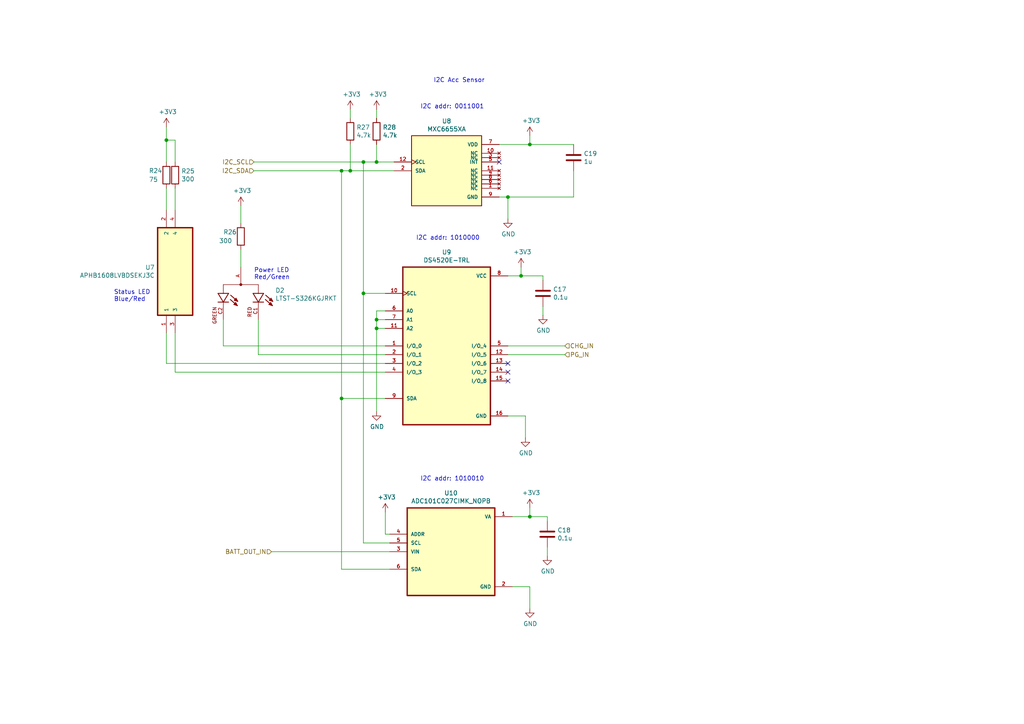
<source format=kicad_sch>
(kicad_sch (version 20230121) (generator eeschema)
  (paper "A4")
  (lib_symbols
    (symbol "APHB1608LVBDSEKJ3C:APHB1608LVBDSEKJ3C" (pin_names (offset 1.016))
      (property "Reference" "U" (at -12.7 6.0706 0))
      (property "Value" "APHB1608LVBDSEKJ3C" (at -12.7 -9.0678 0))
      (symbol "APHB1608LVBDSEKJ3C_0_0"
        (rectangle (start -12.7 -5.08) (end 12.7 5.08) (stroke (width 0.4064)) (fill (type background)))
        (pin output line (at 17.78 2.54 180) (length 5.08) (name "1") (number "1"))
        (pin input line (at -17.78 2.54 0) (length 5.08) (name "2") (number "2"))
        (pin output line (at 17.78 0 180) (length 5.08) (name "3") (number "3"))
        (pin input line (at -17.78 0 0) (length 5.08) (name "4") (number "4"))
      )
    )
    (symbol "DS4520E-TRL:DS4520E-TRL" (pin_names (offset 1.016))
      (property "Reference" "U" (at -12.7 23.8506 0))
      (property "Value" "DS4520E-TRL" (at -12.7 -26.8478 0))
      (symbol "DS4520E-TRL_0_0"
        (rectangle (start -12.7 -22.86) (end 12.7 22.86) (stroke (width 0.4064)) (fill (type background)))
        (pin bidirectional line (at -17.78 0 0) (length 5.08) (name "I/O_0") (number "1"))
        (pin input clock (at -17.78 15.24 0) (length 5.08) (name "SCL") (number "10"))
        (pin input line (at -17.78 5.08 0) (length 5.08) (name "A2") (number "11"))
        (pin bidirectional line (at 17.78 -2.54 180) (length 5.08) (name "I/O_5") (number "12"))
        (pin bidirectional line (at 17.78 -5.08 180) (length 5.08) (name "I/O_6") (number "13"))
        (pin bidirectional line (at 17.78 -7.62 180) (length 5.08) (name "I/O_7") (number "14"))
        (pin bidirectional line (at 17.78 -10.16 180) (length 5.08) (name "I/O_8") (number "15"))
        (pin power_in line (at 17.78 -20.32 180) (length 5.08) (name "GND") (number "16"))
        (pin bidirectional line (at -17.78 -2.54 0) (length 5.08) (name "I/O_1") (number "2"))
        (pin bidirectional line (at -17.78 -5.08 0) (length 5.08) (name "I/O_2") (number "3"))
        (pin bidirectional line (at -17.78 -7.62 0) (length 5.08) (name "I/O_3") (number "4"))
        (pin bidirectional line (at 17.78 0 180) (length 5.08) (name "I/O_4") (number "5"))
        (pin input line (at -17.78 10.16 0) (length 5.08) (name "A0") (number "6"))
        (pin input line (at -17.78 7.62 0) (length 5.08) (name "A1") (number "7"))
        (pin power_in line (at 17.78 20.32 180) (length 5.08) (name "VCC") (number "8"))
        (pin bidirectional line (at -17.78 -15.24 0) (length 5.08) (name "SDA") (number "9"))
      )
    )
    (symbol "Device:C" (pin_numbers hide) (pin_names (offset 0.254))
      (property "Reference" "C" (at 0.635 2.54 0))
      (property "Value" "C" (at 0.635 -2.54 0))
      (symbol "C_0_1"
        (polyline (pts (xy -2.032 -0.762) (xy 2.032 -0.762)) (stroke (width 0.508)))
        (polyline (pts (xy -2.032 0.762) (xy 2.032 0.762)) (stroke (width 0.508)))
      )
      (symbol "C_1_1"
        (pin passive line (at 0 3.81 270) (length 2.794) (name "~") (number "1"))
        (pin passive line (at 0 -3.81 90) (length 2.794) (name "~") (number "2"))
      )
    )
    (symbol "Device:R" (pin_numbers hide) (pin_names (offset 0))
      (property "Reference" "R" (at 2.032 0 90))
      (property "Value" "R" (at 0 0 90))
      (symbol "R_0_1"
        (rectangle (start -1.016 -2.54) (end 1.016 2.54) (stroke (width 0.254)))
      )
      (symbol "R_1_1"
        (pin passive line (at 0 3.81 270) (length 1.27) (name "~") (number "1"))
        (pin passive line (at 0 -3.81 90) (length 1.27) (name "~") (number "2"))
      )
    )
    (symbol "LTST-S326KGJRKT:LTST-S326KGJRKT" (pin_names (offset 1.016) hide)
      (property "Reference" "D" (at -12.7 7.62 0))
      (property "Value" "LTST-S326KGJRKT" (at -12.7 5.08 0))
      (symbol "LTST-S326KGJRKT_0_0"
        (circle (center -2.54 0) (radius 0.2032) (stroke (width 0.4064)))
        (polyline (pts (xy -2.54 5.08) (xy -2.54 -5.08)) (stroke (width 0.1524)))
        (polyline (pts (xy 0 -6.604) (xy 2.54 -5.08)) (stroke (width 0.254)))
        (polyline (pts (xy 0 -5.08) (xy -2.54 -5.08)) (stroke (width 0.1524)))
        (polyline (pts (xy 0 -5.08) (xy 0 -6.604)) (stroke (width 0.254)))
        (polyline (pts (xy 0 -3.556) (xy 0 -5.08)) (stroke (width 0.254)))
        (polyline (pts (xy 0 3.556) (xy 2.54 5.08)) (stroke (width 0.254)))
        (polyline (pts (xy 0 5.08) (xy -2.54 5.08)) (stroke (width 0.1524)))
        (polyline (pts (xy 0 5.08) (xy 0 3.556)) (stroke (width 0.254)))
        (polyline (pts (xy 0 6.604) (xy 0 5.08)) (stroke (width 0.254)))
        (polyline (pts (xy 1.4224 -1.397) (xy 2.3114 -0.9144)) (stroke (width 0.254)))
        (polyline (pts (xy 1.4224 8.763) (xy 2.3114 9.2456)) (stroke (width 0.254)))
        (polyline (pts (xy 1.6002 -1.4732) (xy 1.8288 -1.3208)) (stroke (width 0.254)))
        (polyline (pts (xy 1.6002 8.6868) (xy 1.8288 8.8392)) (stroke (width 0.254)))
        (polyline (pts (xy 1.9812 -1.8796) (xy 1.4224 -1.397)) (stroke (width 0.254)))
        (polyline (pts (xy 1.9812 -1.8796) (xy 2.0066 -1.143)) (stroke (width 0.254)))
        (polyline (pts (xy 1.9812 8.2804) (xy 1.4224 8.763)) (stroke (width 0.254)))
        (polyline (pts (xy 1.9812 8.2804) (xy 2.0066 9.017)) (stroke (width 0.254)))
        (polyline (pts (xy 2.0066 -1.143) (xy 1.8796 -1.143)) (stroke (width 0.254)))
        (polyline (pts (xy 2.0066 9.017) (xy 1.8796 9.017)) (stroke (width 0.254)))
        (polyline (pts (xy 2.3114 -0.9144) (xy 0.5334 -2.9464)) (stroke (width 0.254)))
        (polyline (pts (xy 2.3114 -0.9144) (xy 1.9812 -1.8796)) (stroke (width 0.254)))
        (polyline (pts (xy 2.3114 9.2456) (xy 0.5334 7.2136)) (stroke (width 0.254)))
        (polyline (pts (xy 2.3114 9.2456) (xy 1.9812 8.2804)) (stroke (width 0.254)))
        (polyline (pts (xy 2.54 -5.08) (xy 0 -3.556)) (stroke (width 0.254)))
        (polyline (pts (xy 2.54 -3.556) (xy 2.54 -6.604)) (stroke (width 0.254)))
        (polyline (pts (xy 2.54 5.08) (xy 0 6.604)) (stroke (width 0.254)))
        (polyline (pts (xy 2.54 6.604) (xy 2.54 3.556)) (stroke (width 0.254)))
        (polyline (pts (xy 2.667 -1.4986) (xy 3.556 -1.016)) (stroke (width 0.254)))
        (polyline (pts (xy 2.667 8.6614) (xy 3.556 9.144)) (stroke (width 0.254)))
        (polyline (pts (xy 2.8448 -1.5748) (xy 3.0734 -1.4224)) (stroke (width 0.254)))
        (polyline (pts (xy 2.8448 8.5852) (xy 3.0734 8.7376)) (stroke (width 0.254)))
        (polyline (pts (xy 3.2258 -1.9812) (xy 2.667 -1.4986)) (stroke (width 0.254)))
        (polyline (pts (xy 3.2258 -1.9812) (xy 3.2512 -1.2446)) (stroke (width 0.254)))
        (polyline (pts (xy 3.2258 8.1788) (xy 2.667 8.6614)) (stroke (width 0.254)))
        (polyline (pts (xy 3.2258 8.1788) (xy 3.2512 8.9154)) (stroke (width 0.254)))
        (polyline (pts (xy 3.2512 -1.2446) (xy 3.1242 -1.2446)) (stroke (width 0.254)))
        (polyline (pts (xy 3.2512 8.9154) (xy 3.1242 8.9154)) (stroke (width 0.254)))
        (polyline (pts (xy 3.556 -1.016) (xy 1.778 -3.048)) (stroke (width 0.254)))
        (polyline (pts (xy 3.556 -1.016) (xy 3.2258 -1.9812)) (stroke (width 0.254)))
        (polyline (pts (xy 3.556 9.144) (xy 1.778 7.112)) (stroke (width 0.254)))
        (polyline (pts (xy 3.556 9.144) (xy 3.2258 8.1788)) (stroke (width 0.254)))
        (text "GREEN" (at 3.81 -6.985 0) (effects (font (size 1.016 1.016)) (justify left bottom)))
        (text "RED" (at 3.81 3.175 0) (effects (font (size 1.016 1.016)) (justify left bottom)))
        (pin passive line (at -7.62 0 0) (length 5.08) (name "~") (number "A"))
        (pin passive line (at 7.62 5.08 180) (length 5.08) (name "~") (number "C1"))
        (pin passive line (at 7.62 -5.08 180) (length 5.08) (name "~") (number "C2"))
      )
    )
    (symbol "MXC6655XA:MXC6655XA" (pin_names (offset 1.016))
      (property "Reference" "U" (at -10.414 11.176 0))
      (property "Value" "MXC6655XA" (at -10.16 -12.7 0))
      (symbol "MXC6655XA_0_0"
        (rectangle (start -10.16 -10.16) (end 10.16 10.16) (stroke (width 0.254)) (fill (type background)))
        (pin no_connect line (at 15.24 -5.08 180) (length 5.08) (name "NC") (number "1"))
        (pin no_connect line (at 15.24 5.08 180) (length 5.08) (name "NC") (number "10"))
        (pin no_connect line (at 15.24 0 180) (length 5.08) (name "NC") (number "11"))
        (pin input clock (at -15.24 2.54 0) (length 5.08) (name "SCL") (number "12"))
        (pin bidirectional line (at -15.24 0 0) (length 5.08) (name "SDA") (number "2"))
        (pin no_connect line (at 15.24 3.81 180) (length 5.08) (name "NC") (number "3"))
        (pin no_connect line (at 15.24 -1.27 180) (length 5.08) (name "NC") (number "4"))
        (pin output line (at 15.24 2.54 180) (length 5.08) (name "INT") (number "5"))
        (pin no_connect line (at 15.24 -3.81 180) (length 5.08) (name "NC") (number "6"))
        (pin power_in line (at 15.24 7.62 180) (length 5.08) (name "VDD") (number "7"))
        (pin no_connect line (at 15.24 -2.54 180) (length 5.08) (name "NC") (number "8"))
        (pin power_in line (at 15.24 -7.62 180) (length 5.08) (name "GND") (number "9"))
      )
    )
    (symbol "power:GND" (power) (pin_names (offset 0))
      (property "Value" "GND" (at 0 -3.81 0))
      (symbol "GND_0_1"
        (polyline (pts (xy 0 0) (xy 0 -1.27) (xy 1.27 -1.27) (xy 0 -2.54) (xy -1.27 -1.27) (xy 0 -1.27)))
      )
      (symbol "GND_1_1"
        (pin power_in line (at 0 0 270) (length 0) hide (name "GND") (number "1"))
      )
    )
    (symbol "yondee-pcb-rescue:+3.3V-power" (power) (pin_names (offset 0))
      (property "Value" "+3.3V-power" (at 0 3.556 0))
      (symbol "+3.3V-power_0_1"
        (polyline (pts (xy -0.762 1.27) (xy 0 2.54)))
        (polyline (pts (xy 0 0) (xy 0 2.54)))
        (polyline (pts (xy 0 2.54) (xy 0.762 1.27)))
      )
      (symbol "+3.3V-power_1_1"
        (pin power_in line (at 0 0 90) (length 0) hide (name "+3V3") (number "1"))
      )
    )
    (symbol "yondee-pcb-rescue:ADC101C027CIMK_NOPB-ADC101C027CIMK_NOPB" (pin_names (offset 1.016))
      (property "Reference" "U" (at -12.7 13.6906 0))
      (property "Value" "ADC101C027CIMK_NOPB_ADC101C027CIMK_NOPB" (at -12.7 -16.6878 0))
      (symbol "ADC101C027CIMK_NOPB-ADC101C027CIMK_NOPB_0_0"
        (rectangle (start -12.7 -12.7) (end 12.7 12.7) (stroke (width 0.4064)) (fill (type background)))
        (pin power_in line (at 17.78 10.16 180) (length 5.08) (name "VA") (number "1"))
        (pin power_in line (at 17.78 -10.16 180) (length 5.08) (name "GND") (number "2"))
        (pin input line (at -17.78 0 0) (length 5.08) (name "VIN") (number "3"))
        (pin input line (at -17.78 5.08 0) (length 5.08) (name "ADDR") (number "4"))
        (pin input line (at -17.78 2.54 0) (length 5.08) (name "SCL") (number "5"))
        (pin bidirectional line (at -17.78 -5.08 0) (length 5.08) (name "SDA") (number "6"))
      )
    )
  )
  (junction (at 147.32 57.15))
  (junction (at 101.6 49.53))
  (junction (at 153.67 41.91))
  (junction (at 109.22 46.99))
  (junction (at 151.13 80.01))
  (junction (at 99.06 115.57))
  (junction (at 153.67 149.86))
  (junction (at 105.41 46.99))
  (junction (at 105.41 85.09))
  (junction (at 48.26 40.64))
  (junction (at 109.22 92.71))
  (junction (at 99.06 49.53))
  (junction (at 109.22 95.25))
  (no_connect (at 147.32 105.41))
  (no_connect (at 147.32 110.49))
  (no_connect (at 144.78 46.99))
  (no_connect (at 147.32 107.95))
  (wire (pts (xy 166.37 41.91) (xy 153.67 41.91)))
  (wire (pts (xy 163.83 100.33) (xy 147.32 100.33)))
  (wire (pts (xy 73.66 49.53) (xy 99.06 49.53)))
  (wire (pts (xy 153.67 41.91) (xy 153.67 39.37)))
  (wire (pts (xy 153.67 149.86) (xy 148.59 149.86)))
  (wire (pts (xy 99.06 49.53) (xy 101.6 49.53)))
  (wire (pts (xy 157.48 81.28) (xy 157.48 80.01)))
  (wire (pts (xy 105.41 46.99) (xy 109.22 46.99)))
  (wire (pts (xy 50.8 107.95) (xy 111.76 107.95)))
  (wire (pts (xy 109.22 90.17) (xy 109.22 92.71)))
  (wire (pts (xy 101.6 41.91) (xy 101.6 49.53)))
  (wire (pts (xy 158.75 149.86) (xy 153.67 149.86)))
  (wire (pts (xy 163.83 102.87) (xy 147.32 102.87)))
  (wire (pts (xy 99.06 115.57) (xy 111.76 115.57)))
  (wire (pts (xy 109.22 95.25) (xy 109.22 119.38)))
  (wire (pts (xy 50.8 40.64) (xy 48.26 40.64)))
  (wire (pts (xy 105.41 157.48) (xy 113.03 157.48)))
  (wire (pts (xy 152.4 120.65) (xy 152.4 127)))
  (wire (pts (xy 166.37 49.53) (xy 166.37 57.15)))
  (wire (pts (xy 113.03 160.02) (xy 78.74 160.02)))
  (wire (pts (xy 48.26 54.61) (xy 48.26 60.96)))
  (wire (pts (xy 153.67 149.86) (xy 153.67 147.32)))
  (wire (pts (xy 109.22 31.75) (xy 109.22 34.29)))
  (wire (pts (xy 157.48 88.9) (xy 157.48 91.44)))
  (wire (pts (xy 111.76 148.59) (xy 111.76 154.94)))
  (wire (pts (xy 50.8 40.64) (xy 50.8 46.99)))
  (wire (pts (xy 69.85 72.39) (xy 69.85 77.47)))
  (wire (pts (xy 73.66 46.99) (xy 105.41 46.99)))
  (wire (pts (xy 147.32 57.15) (xy 144.78 57.15)))
  (wire (pts (xy 74.93 102.87) (xy 74.93 92.71)))
  (wire (pts (xy 151.13 80.01) (xy 151.13 77.47)))
  (wire (pts (xy 105.41 46.99) (xy 105.41 85.09)))
  (wire (pts (xy 48.26 105.41) (xy 111.76 105.41)))
  (wire (pts (xy 111.76 90.17) (xy 109.22 90.17)))
  (wire (pts (xy 48.26 40.64) (xy 48.26 46.99)))
  (wire (pts (xy 157.48 80.01) (xy 151.13 80.01)))
  (wire (pts (xy 153.67 170.18) (xy 148.59 170.18)))
  (wire (pts (xy 151.13 80.01) (xy 147.32 80.01)))
  (wire (pts (xy 109.22 46.99) (xy 114.3 46.99)))
  (wire (pts (xy 111.76 92.71) (xy 109.22 92.71)))
  (wire (pts (xy 153.67 41.91) (xy 144.78 41.91)))
  (wire (pts (xy 158.75 151.13) (xy 158.75 149.86)))
  (wire (pts (xy 48.26 105.41) (xy 48.26 96.52)))
  (wire (pts (xy 69.85 59.69) (xy 69.85 64.77)))
  (wire (pts (xy 105.41 85.09) (xy 111.76 85.09)))
  (wire (pts (xy 64.77 100.33) (xy 111.76 100.33)))
  (wire (pts (xy 111.76 154.94) (xy 113.03 154.94)))
  (wire (pts (xy 50.8 107.95) (xy 50.8 96.52)))
  (wire (pts (xy 101.6 49.53) (xy 114.3 49.53)))
  (wire (pts (xy 109.22 92.71) (xy 109.22 95.25)))
  (wire (pts (xy 111.76 95.25) (xy 109.22 95.25)))
  (wire (pts (xy 166.37 57.15) (xy 147.32 57.15)))
  (wire (pts (xy 105.41 85.09) (xy 105.41 157.48)))
  (wire (pts (xy 101.6 31.75) (xy 101.6 34.29)))
  (wire (pts (xy 147.32 57.15) (xy 147.32 63.5)))
  (wire (pts (xy 152.4 120.65) (xy 147.32 120.65)))
  (wire (pts (xy 99.06 115.57) (xy 99.06 165.1)))
  (wire (pts (xy 64.77 100.33) (xy 64.77 92.71)))
  (wire (pts (xy 50.8 54.61) (xy 50.8 60.96)))
  (wire (pts (xy 74.93 102.87) (xy 111.76 102.87)))
  (wire (pts (xy 48.26 36.83) (xy 48.26 40.64)))
  (wire (pts (xy 109.22 41.91) (xy 109.22 46.99)))
  (wire (pts (xy 158.75 161.29) (xy 158.75 158.75)))
  (wire (pts (xy 99.06 115.57) (xy 99.06 49.53)))
  (wire (pts (xy 153.67 170.18) (xy 153.67 176.53)))
  (wire (pts (xy 99.06 165.1) (xy 113.03 165.1)))
  (text "I2C addr: 0011001" (at 121.92 31.75 0) (effects (font (size 1.27 1.27)) (justify left bottom)))
  (text "I2C Acc Sensor" (at 125.73 24.13 0) (effects (font (size 1.27 1.27)) (justify left bottom)))
  (text "I2C addr: 1010010" (at 121.92 139.7 0) (effects (font (size 1.27 1.27)) (justify left bottom)))
  (text "Status LED\nBlue/Red" (at 33.02 87.63 0) (effects (font (size 1.27 1.27)) (justify left bottom)))
  (text "I2C addr: 1010000" (at 120.65 69.85 0) (effects (font (size 1.27 1.27)) (justify left bottom)))
  (text "Power LED\nRed/Green" (at 73.66 81.28 0) (effects (font (size 1.27 1.27)) (justify left bottom)))
  (hierarchical_label "I2C_SCL" (shape input) (at 73.66 46.99 180))
  (hierarchical_label "PG_IN" (shape input) (at 163.83 102.87 0))
  (hierarchical_label "BATT_OUT_IN" (shape input) (at 78.74 160.02 180))
  (hierarchical_label "CHG_IN" (shape input) (at 163.83 100.33 0))
  (hierarchical_label "I2C_SDA" (shape input) (at 73.66 49.53 180))
  (symbol (lib_id "MXC6655XA:MXC6655XA") (at 129.54 49.53 0) (unit 1)
    (property "Reference" "U8" (at 129.54 35.1282 0))
    (property "Value" "MXC6655XA" (at 129.54 37.4396 0))
    (property "Footprint" "MXC6655XA:IC_MXC6655XA" (effects hide))
    (property "PARTREV" "A" (effects hide))
    (property "MANUFACTURER" "Memsic" (effects hide))
    (property "MAXIMUM_PACKAGE_HIEGHT" "1.0mm" (effects hide))
    (property "STANDARD" "Manufacturer Recommendations" (effects hide))
  )
  (symbol (lib_id "DS4520E-TRL:DS4520E-TRL") (at 129.54 100.33 0) (unit 1)
    (property "Reference" "U9" (at 129.54 73.152 0))
    (property "Value" "DS4520E-TRL" (at 129.54 75.4634 0))
    (property "Footprint" "DS4520E-TRL:SOP65P640X110-16N" (effects hide))
  )
  (symbol (lib_id "yondee-pcb-rescue:ADC101C027CIMK_NOPB-ADC101C027CIMK_NOPB") (at 130.81 160.02 0) (unit 1)
    (property "Reference" "U10" (at 130.81 143.002 0))
    (property "Value" "ADC101C027CIMK_NOPB" (at 130.81 145.3134 0))
    (property "Footprint" "ADC101C027CIMK_NOPB:SOT95P280X110-6N" (effects hide))
    (property "Manufacturer" "Texas Instruments" (effects hide))
    (property "Package" "SOT95P280X110-6N" (effects hide))
  )
  (symbol (lib_id "yondee-pcb-rescue:+3.3V-power") (at 151.13 77.47 0) (unit 1)
    (property "Reference" "#PWR066" (effects hide))
    (property "Value" "+3.3V" (at 151.511 73.0758 0))
    (instances (project "NameCardPCB" (path "" (reference "#PWR066") (unit 1))) (project "yondee-pcb" (path "" (reference "#PWR066") (unit 1)) (path "" (reference "#PWR?") (unit 1))))
  )
  (symbol (lib_id "yondee-pcb-rescue:+3.3V-power") (at 153.67 147.32 0) (unit 1)
    (property "Reference" "#PWR069" (effects hide))
    (property "Value" "+3.3V" (at 154.051 142.9258 0))
    (instances (project "NameCardPCB" (path "" (reference "#PWR069") (unit 1))) (project "yondee-pcb" (path "" (reference "#PWR069") (unit 1)) (path "" (reference "#PWR?") (unit 1))))
  )
  (symbol (lib_id "power:GND") (at 152.4 127 0) (unit 1)
    (property "Reference" "#PWR067" (effects hide))
    (property "Value" "GND" (at 152.527 131.3942 0))
    (instances (project "NameCardPCB" (path "" (reference "#PWR067") (unit 1))) (project "yondee-pcb" (path "" (reference "#PWR067") (unit 1)) (path "" (reference "#PWR?") (unit 1))))
  )
  (symbol (lib_id "power:GND") (at 153.67 176.53 0) (unit 1)
    (property "Reference" "#PWR070" (effects hide))
    (property "Value" "GND" (at 153.797 180.9242 0))
    (instances (project "NameCardPCB" (path "" (reference "#PWR070") (unit 1))) (project "yondee-pcb" (path "" (reference "#PWR070") (unit 1)) (path "" (reference "#PWR?") (unit 1))))
  )
  (symbol (lib_id "Device:C") (at 157.48 85.09 0) (unit 1)
    (property "Reference" "C17" (at 160.401 83.9216 0) (effects (justify left)))
    (property "Value" "0.1u" (at 160.401 86.233 0) (effects (justify left)))
    (property "Footprint" "Capacitor_SMD:C_0603_1608Metric" (effects hide))
    (instances (project "NameCardPCB" (path "" (reference "C17") (unit 1))) (project "yondee-pcb" (path "" (reference "C17") (unit 1)) (path "" (reference "C?") (unit 1))))
  )
  (symbol (lib_id "Device:C") (at 158.75 154.94 0) (unit 1)
    (property "Reference" "C18" (at 161.671 153.7716 0) (effects (justify left)))
    (property "Value" "0.1u" (at 161.671 156.083 0) (effects (justify left)))
    (property "Footprint" "Capacitor_SMD:C_0603_1608Metric" (effects hide))
    (instances (project "NameCardPCB" (path "" (reference "C18") (unit 1))) (project "yondee-pcb" (path "" (reference "C18") (unit 1)) (path "" (reference "C?") (unit 1))))
  )
  (symbol (lib_id "power:GND") (at 158.75 161.29 0) (unit 1)
    (property "Reference" "#PWR072" (effects hide))
    (property "Value" "GND" (at 158.877 165.6842 0))
    (instances (project "NameCardPCB" (path "" (reference "#PWR072") (unit 1))) (project "yondee-pcb" (path "" (reference "#PWR072") (unit 1)) (path "" (reference "#PWR?") (unit 1))))
  )
  (symbol (lib_id "power:GND") (at 157.48 91.44 0) (unit 1)
    (property "Reference" "#PWR071" (effects hide))
    (property "Value" "GND" (at 157.607 95.8342 0))
    (instances (project "NameCardPCB" (path "" (reference "#PWR071") (unit 1))) (project "yondee-pcb" (path "" (reference "#PWR071") (unit 1)) (path "" (reference "#PWR?") (unit 1))))
  )
  (symbol (lib_id "APHB1608LVBDSEKJ3C:APHB1608LVBDSEKJ3C") (at 50.8 78.74 90) (mirror x) (unit 1)
    (property "Reference" "U7" (at 44.8818 77.5716 90) (effects (justify left)))
    (property "Value" "APHB1608LVBDSEKJ3C" (at 44.8818 79.883 90) (effects (justify left)))
    (property "Footprint" "APHB1608LVBDSEKJ3C:LED_APHB1608LZGKSURKC" (effects hide))
    (property "Package" "LED_APHB1608LZGKSURKC" (effects hide))
    (property "Manufacturer" "Kingbright" (effects hide))
  )
  (symbol (lib_id "yondee-pcb-rescue:+3.3V-power") (at 111.76 148.59 0) (unit 1)
    (property "Reference" "#PWR064" (effects hide))
    (property "Value" "+3.3V" (at 112.141 144.1958 0))
    (instances (project "NameCardPCB" (path "" (reference "#PWR064") (unit 1))) (project "yondee-pcb" (path "" (reference "#PWR064") (unit 1)) (path "" (reference "#PWR?") (unit 1))))
  )
  (symbol (lib_id "power:GND") (at 109.22 119.38 0) (unit 1)
    (property "Reference" "#PWR063" (effects hide))
    (property "Value" "GND" (at 109.347 123.7742 0))
    (instances (project "NameCardPCB" (path "" (reference "#PWR063") (unit 1))) (project "yondee-pcb" (path "" (reference "#PWR063") (unit 1)) (path "" (reference "#PWR?") (unit 1))))
  )
  (symbol (lib_id "Device:R") (at 48.26 50.8 0) (unit 1)
    (property "Reference" "R24" (at 43.18 49.53 0) (effects (justify left)))
    (property "Value" "75" (at 43.18 52.07 0) (effects (justify left)))
    (property "Footprint" "Resistor_SMD:R_0603_1608Metric" (effects hide))
    (instances (project "NameCardPCB" (path "" (reference "R24") (unit 1))) (project "yondee-pcb" (path "" (reference "R24") (unit 1)) (path "" (reference "R?") (unit 1))))
  )
  (symbol (lib_id "Device:R") (at 50.8 50.8 0) (unit 1)
    (property "Reference" "R25" (at 52.578 49.6316 0) (effects (justify left)))
    (property "Value" "300" (at 52.578 51.943 0) (effects (justify left)))
    (property "Footprint" "Resistor_SMD:R_0603_1608Metric" (effects hide))
    (instances (project "NameCardPCB" (path "" (reference "R25") (unit 1))) (project "yondee-pcb" (path "" (reference "R25") (unit 1)) (path "" (reference "R?") (unit 1))))
  )
  (symbol (lib_id "yondee-pcb-rescue:+3.3V-power") (at 48.26 36.83 0) (unit 1)
    (property "Reference" "#PWR059" (effects hide))
    (property "Value" "+3.3V" (at 48.641 32.4358 0))
    (instances (project "NameCardPCB" (path "" (reference "#PWR059") (unit 1))) (project "yondee-pcb" (path "" (reference "#PWR059") (unit 1)) (path "" (reference "#PWR?") (unit 1))))
  )
  (symbol (lib_id "Device:R") (at 69.85 68.58 0) (unit 1)
    (property "Reference" "R26" (at 64.77 67.31 0) (effects (justify left)))
    (property "Value" "300" (at 63.5 69.85 0) (effects (justify left)))
    (property "Footprint" "Resistor_SMD:R_0603_1608Metric" (effects hide))
    (instances (project "NameCardPCB" (path "" (reference "R26") (unit 1))) (project "yondee-pcb" (path "" (reference "R26") (unit 1)) (path "" (reference "R?") (unit 1))))
  )
  (symbol (lib_id "yondee-pcb-rescue:+3.3V-power") (at 69.85 59.69 0) (unit 1)
    (property "Reference" "#PWR060" (effects hide))
    (property "Value" "+3.3V" (at 70.231 55.2958 0))
    (instances (project "NameCardPCB" (path "" (reference "#PWR060") (unit 1))) (project "yondee-pcb" (path "" (reference "#PWR060") (unit 1)) (path "" (reference "#PWR?") (unit 1))))
  )
  (symbol (lib_id "LTST-S326KGJRKT:LTST-S326KGJRKT") (at 69.85 85.09 270) (unit 1)
    (property "Reference" "D2" (at 79.8576 84.2264 90) (effects (justify left)))
    (property "Value" "LTST-S326KGJRKT" (at 79.8576 86.5378 90) (effects (justify left)))
    (property "Footprint" "LTST-S326KGJRKT:LED_LTST-S326KGJRKT" (effects hide))
    (property "MANUFACTURER" "Lite-On" (effects hide))
    (property "STANDARD" "Manufacturer Recommendations" (effects hide))
    (property "PARTREV" "E" (effects hide))
    (property "MAXIMUM_PACKAGE_HEIGHT" "1.1 mm" (effects hide))
  )
  (symbol (lib_id "yondee-pcb-rescue:+3.3V-power") (at 153.67 39.37 0) (unit 1)
    (property "Reference" "#PWR068" (effects hide))
    (property "Value" "+3.3V" (at 154.051 34.9758 0))
    (instances (project "NameCardPCB" (path "" (reference "#PWR068") (unit 1))) (project "yondee-pcb" (path "" (reference "#PWR068") (unit 1)) (path "" (reference "#PWR?") (unit 1))))
  )
  (symbol (lib_id "Device:R") (at 109.22 38.1 0) (unit 1)
    (property "Reference" "R28" (at 110.998 36.9316 0) (effects (justify left)))
    (property "Value" "4.7k" (at 110.998 39.243 0) (effects (justify left)))
    (property "Footprint" "Resistor_SMD:R_0603_1608Metric" (effects hide))
    (instances (project "NameCardPCB" (path "" (reference "R28") (unit 1))) (project "yondee-pcb" (path "" (reference "R28") (unit 1)) (path "" (reference "R?") (unit 1))))
  )
  (symbol (lib_id "yondee-pcb-rescue:+3.3V-power") (at 109.22 31.75 0) (unit 1)
    (property "Reference" "#PWR062" (effects hide))
    (property "Value" "+3.3V" (at 109.601 27.3558 0))
    (instances (project "NameCardPCB" (path "" (reference "#PWR062") (unit 1))) (project "yondee-pcb" (path "" (reference "#PWR062") (unit 1)) (path "" (reference "#PWR?") (unit 1))))
  )
  (symbol (lib_id "Device:R") (at 101.6 38.1 0) (unit 1)
    (property "Reference" "R27" (at 103.378 36.9316 0) (effects (justify left)))
    (property "Value" "4.7k" (at 103.378 39.243 0) (effects (justify left)))
    (property "Footprint" "Resistor_SMD:R_0603_1608Metric" (effects hide))
    (instances (project "NameCardPCB" (path "" (reference "R27") (unit 1))) (project "yondee-pcb" (path "" (reference "R27") (unit 1)) (path "" (reference "R?") (unit 1))))
  )
  (symbol (lib_id "yondee-pcb-rescue:+3.3V-power") (at 101.6 31.75 0) (unit 1)
    (property "Reference" "#PWR061" (effects hide))
    (property "Value" "+3.3V" (at 101.981 27.3558 0))
    (instances (project "NameCardPCB" (path "" (reference "#PWR061") (unit 1))) (project "yondee-pcb" (path "" (reference "#PWR061") (unit 1)) (path "" (reference "#PWR?") (unit 1))))
  )
  (symbol (lib_id "Device:C") (at 166.37 45.72 0) (unit 1)
    (property "Reference" "C19" (at 169.291 44.5516 0) (effects (justify left)))
    (property "Value" "1u" (at 169.291 46.863 0) (effects (justify left)))
    (property "Footprint" "Capacitor_SMD:C_0603_1608Metric" (effects hide))
    (instances (project "NameCardPCB" (path "" (reference "C19") (unit 1))) (project "yondee-pcb" (path "" (reference "C19") (unit 1)) (path "" (reference "C?") (unit 1))))
  )
  (symbol (lib_id "power:GND") (at 147.32 63.5 0) (unit 1)
    (property "Reference" "#PWR065" (effects hide))
    (property "Value" "GND" (at 147.447 67.8942 0))
    (instances (project "NameCardPCB" (path "" (reference "#PWR065") (unit 1))) (project "yondee-pcb" (path "" (reference "#PWR065") (unit 1)) (path "" (reference "#PWR?") (unit 1))))
  )
)
</source>
